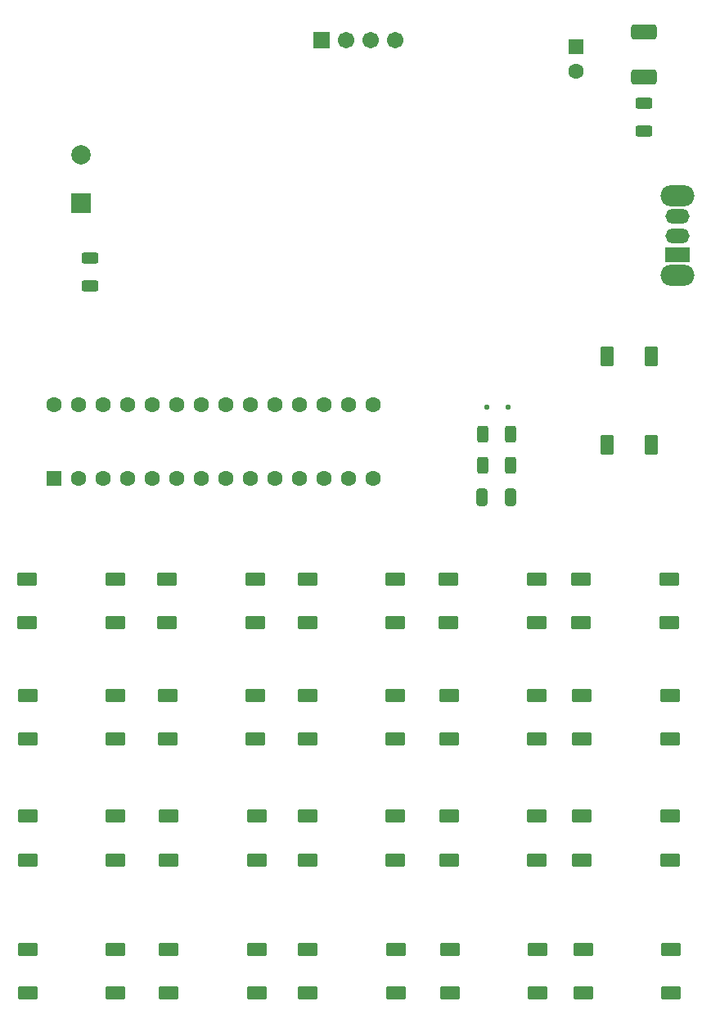
<source format=gbr>
%TF.GenerationSoftware,KiCad,Pcbnew,9.0.5*%
%TF.CreationDate,2026-01-24T15:15:31+01:00*%
%TF.ProjectId,Seminarski,53656d69-6e61-4727-936b-692e6b696361,rev?*%
%TF.SameCoordinates,Original*%
%TF.FileFunction,Soldermask,Top*%
%TF.FilePolarity,Negative*%
%FSLAX46Y46*%
G04 Gerber Fmt 4.6, Leading zero omitted, Abs format (unit mm)*
G04 Created by KiCad (PCBNEW 9.0.5) date 2026-01-24 15:15:31*
%MOMM*%
%LPD*%
G01*
G04 APERTURE LIST*
G04 Aperture macros list*
%AMRoundRect*
0 Rectangle with rounded corners*
0 $1 Rounding radius*
0 $2 $3 $4 $5 $6 $7 $8 $9 X,Y pos of 4 corners*
0 Add a 4 corners polygon primitive as box body*
4,1,4,$2,$3,$4,$5,$6,$7,$8,$9,$2,$3,0*
0 Add four circle primitives for the rounded corners*
1,1,$1+$1,$2,$3*
1,1,$1+$1,$4,$5*
1,1,$1+$1,$6,$7*
1,1,$1+$1,$8,$9*
0 Add four rect primitives between the rounded corners*
20,1,$1+$1,$2,$3,$4,$5,0*
20,1,$1+$1,$4,$5,$6,$7,0*
20,1,$1+$1,$6,$7,$8,$9,0*
20,1,$1+$1,$8,$9,$2,$3,0*%
G04 Aperture macros list end*
%ADD10RoundRect,0.102000X-0.754000X-0.754000X0.754000X-0.754000X0.754000X0.754000X-0.754000X0.754000X0*%
%ADD11C,1.712000*%
%ADD12O,2.500000X1.500000*%
%ADD13R,2.500000X1.500000*%
%ADD14O,3.500000X2.200000*%
%ADD15RoundRect,0.250000X-0.800000X-0.450000X0.800000X-0.450000X0.800000X0.450000X-0.800000X0.450000X0*%
%ADD16RoundRect,0.250000X-0.325000X-0.650000X0.325000X-0.650000X0.325000X0.650000X-0.325000X0.650000X0*%
%ADD17R,2.000000X2.000000*%
%ADD18C,2.000000*%
%ADD19RoundRect,0.250000X0.312500X0.625000X-0.312500X0.625000X-0.312500X-0.625000X0.312500X-0.625000X0*%
%ADD20RoundRect,0.249999X-1.075001X0.512501X-1.075001X-0.512501X1.075001X-0.512501X1.075001X0.512501X0*%
%ADD21RoundRect,0.250000X-0.625000X0.312500X-0.625000X-0.312500X0.625000X-0.312500X0.625000X0.312500X0*%
%ADD22RoundRect,0.250000X-0.450000X0.800000X-0.450000X-0.800000X0.450000X-0.800000X0.450000X0.800000X0*%
%ADD23RoundRect,0.250000X0.550000X-0.550000X0.550000X0.550000X-0.550000X0.550000X-0.550000X-0.550000X0*%
%ADD24C,1.600000*%
%ADD25RoundRect,0.125000X0.125000X0.125000X-0.125000X0.125000X-0.125000X-0.125000X0.125000X-0.125000X0*%
%ADD26RoundRect,0.250000X0.625000X-0.312500X0.625000X0.312500X-0.625000X0.312500X-0.625000X-0.312500X0*%
%ADD27RoundRect,0.250000X-0.550000X0.550000X-0.550000X-0.550000X0.550000X-0.550000X0.550000X0.550000X0*%
G04 APERTURE END LIST*
D10*
%TO.C,U2*%
X169380000Y-43750000D03*
D11*
X171920000Y-43750000D03*
X174460000Y-43750000D03*
X177000000Y-43750000D03*
%TD*%
D12*
%TO.C,SW22*%
X206250000Y-62000000D03*
X206250000Y-64000000D03*
D13*
X206250000Y-66000000D03*
D14*
X206250000Y-59900000D03*
X206250000Y-68100000D03*
%TD*%
D15*
%TO.C,SW2*%
X138950000Y-99500000D03*
X148050000Y-99500000D03*
X138950000Y-104000000D03*
X148050000Y-104000000D03*
%TD*%
%TO.C,SW13*%
X167950000Y-99500000D03*
X177050000Y-99500000D03*
X167950000Y-104000000D03*
X177050000Y-104000000D03*
%TD*%
D16*
%TO.C,C2*%
X186050000Y-91000000D03*
X189000000Y-91000000D03*
%TD*%
D15*
%TO.C,SW5*%
X139000000Y-137750000D03*
X148100000Y-137750000D03*
X139000000Y-142250000D03*
X148100000Y-142250000D03*
%TD*%
%TO.C,SW20*%
X196350000Y-124000000D03*
X205450000Y-124000000D03*
X196350000Y-128500000D03*
X205450000Y-128500000D03*
%TD*%
%TO.C,SW21*%
X196500000Y-137750000D03*
X205600000Y-137750000D03*
X196500000Y-142250000D03*
X205600000Y-142250000D03*
%TD*%
%TO.C,SW14*%
X182550000Y-99500000D03*
X191650000Y-99500000D03*
X182550000Y-104000000D03*
X191650000Y-104000000D03*
%TD*%
%TO.C,SW8*%
X153600000Y-124000000D03*
X162700000Y-124000000D03*
X153600000Y-128500000D03*
X162700000Y-128500000D03*
%TD*%
D17*
%TO.C,BZ1*%
X144500000Y-60620785D03*
D18*
X144500000Y-55620785D03*
%TD*%
D19*
%TO.C,R2*%
X189000000Y-87750000D03*
X186075000Y-87750000D03*
%TD*%
D20*
%TO.C,D2*%
X202750000Y-42912500D03*
X202750000Y-47587500D03*
%TD*%
D15*
%TO.C,SW3*%
X139000000Y-111500000D03*
X148100000Y-111500000D03*
X139000000Y-116000000D03*
X148100000Y-116000000D03*
%TD*%
D21*
%TO.C,R3*%
X202750000Y-50287500D03*
X202750000Y-53212500D03*
%TD*%
D15*
%TO.C,SW16*%
X182600000Y-124000000D03*
X191700000Y-124000000D03*
X182600000Y-128500000D03*
X191700000Y-128500000D03*
%TD*%
%TO.C,SW9*%
X153600000Y-137750000D03*
X162700000Y-137750000D03*
X153600000Y-142250000D03*
X162700000Y-142250000D03*
%TD*%
%TO.C,SW11*%
X167950000Y-124000000D03*
X177050000Y-124000000D03*
X167950000Y-128500000D03*
X177050000Y-128500000D03*
%TD*%
%TO.C,SW19*%
X196350000Y-111500000D03*
X205450000Y-111500000D03*
X196350000Y-116000000D03*
X205450000Y-116000000D03*
%TD*%
%TO.C,SW18*%
X196300000Y-99500000D03*
X205400000Y-99500000D03*
X196300000Y-104000000D03*
X205400000Y-104000000D03*
%TD*%
D22*
%TO.C,SW1*%
X203500000Y-76500000D03*
X203500000Y-85600000D03*
X199000000Y-76500000D03*
X199000000Y-85600000D03*
%TD*%
D15*
%TO.C,SW17*%
X182700000Y-137750000D03*
X191800000Y-137750000D03*
X182700000Y-142250000D03*
X191800000Y-142250000D03*
%TD*%
%TO.C,SW15*%
X182600000Y-111500000D03*
X191700000Y-111500000D03*
X182600000Y-116000000D03*
X191700000Y-116000000D03*
%TD*%
D23*
%TO.C,U1*%
X141740000Y-89055000D03*
D24*
X144280000Y-89055000D03*
X146820000Y-89055000D03*
X149360000Y-89055000D03*
X151900000Y-89055000D03*
X154440000Y-89055000D03*
X156980000Y-89055000D03*
X159520000Y-89055000D03*
X162060000Y-89055000D03*
X164600000Y-89055000D03*
X167140000Y-89055000D03*
X169680000Y-89055000D03*
X172220000Y-89055000D03*
X174760000Y-89055000D03*
X174760000Y-81435000D03*
X172220000Y-81435000D03*
X169680000Y-81435000D03*
X167140000Y-81435000D03*
X164600000Y-81435000D03*
X162060000Y-81435000D03*
X159520000Y-81435000D03*
X156980000Y-81435000D03*
X154440000Y-81435000D03*
X151900000Y-81435000D03*
X149360000Y-81435000D03*
X146820000Y-81435000D03*
X144280000Y-81435000D03*
X141740000Y-81435000D03*
%TD*%
D15*
%TO.C,SW7*%
X153500000Y-111500000D03*
X162600000Y-111500000D03*
X153500000Y-116000000D03*
X162600000Y-116000000D03*
%TD*%
D25*
%TO.C,D1*%
X188750000Y-81750000D03*
X186550000Y-81750000D03*
%TD*%
D15*
%TO.C,SW4*%
X139000000Y-124000000D03*
X148100000Y-124000000D03*
X139000000Y-128500000D03*
X148100000Y-128500000D03*
%TD*%
D19*
%TO.C,R1*%
X189000000Y-84500000D03*
X186075000Y-84500000D03*
%TD*%
D15*
%TO.C,SW10*%
X168000000Y-137750000D03*
X177100000Y-137750000D03*
X168000000Y-142250000D03*
X177100000Y-142250000D03*
%TD*%
%TO.C,SW6*%
X153450000Y-99500000D03*
X162550000Y-99500000D03*
X153450000Y-104000000D03*
X162550000Y-104000000D03*
%TD*%
D26*
%TO.C,R4*%
X145500000Y-69212500D03*
X145500000Y-66287500D03*
%TD*%
D15*
%TO.C,SW12*%
X167950000Y-111500000D03*
X177050000Y-111500000D03*
X167950000Y-116000000D03*
X177050000Y-116000000D03*
%TD*%
D27*
%TO.C,C1*%
X195750000Y-44500000D03*
D24*
X195750000Y-47000000D03*
%TD*%
M02*

</source>
